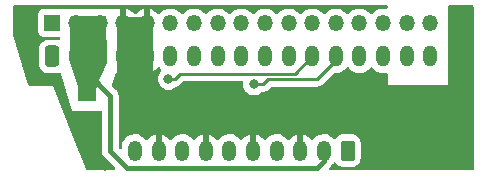
<source format=gbr>
%TF.GenerationSoftware,KiCad,Pcbnew,(6.0.1)*%
%TF.CreationDate,2022-07-04T21:24:21-07:00*%
%TF.ProjectId,mu100-dit-connector-board,6d753130-302d-4646-9974-2d636f6e6e65,rev?*%
%TF.SameCoordinates,Original*%
%TF.FileFunction,Copper,L1,Top*%
%TF.FilePolarity,Positive*%
%FSLAX46Y46*%
G04 Gerber Fmt 4.6, Leading zero omitted, Abs format (unit mm)*
G04 Created by KiCad (PCBNEW (6.0.1)) date 2022-07-04 21:24:21*
%MOMM*%
%LPD*%
G01*
G04 APERTURE LIST*
G04 Aperture macros list*
%AMRoundRect*
0 Rectangle with rounded corners*
0 $1 Rounding radius*
0 $2 $3 $4 $5 $6 $7 $8 $9 X,Y pos of 4 corners*
0 Add a 4 corners polygon primitive as box body*
4,1,4,$2,$3,$4,$5,$6,$7,$8,$9,$2,$3,0*
0 Add four circle primitives for the rounded corners*
1,1,$1+$1,$2,$3*
1,1,$1+$1,$4,$5*
1,1,$1+$1,$6,$7*
1,1,$1+$1,$8,$9*
0 Add four rect primitives between the rounded corners*
20,1,$1+$1,$2,$3,$4,$5,0*
20,1,$1+$1,$4,$5,$6,$7,0*
20,1,$1+$1,$6,$7,$8,$9,0*
20,1,$1+$1,$8,$9,$2,$3,0*%
G04 Aperture macros list end*
%TA.AperFunction,ComponentPad*%
%ADD10O,1.200000X1.750000*%
%TD*%
%TA.AperFunction,ComponentPad*%
%ADD11RoundRect,0.250000X0.350000X0.625000X-0.350000X0.625000X-0.350000X-0.625000X0.350000X-0.625000X0*%
%TD*%
%TA.AperFunction,ComponentPad*%
%ADD12O,1.200000X1.800000*%
%TD*%
%TA.AperFunction,ComponentPad*%
%ADD13RoundRect,0.250000X-0.350000X-0.650000X0.350000X-0.650000X0.350000X0.650000X-0.350000X0.650000X0*%
%TD*%
%TA.AperFunction,ComponentPad*%
%ADD14O,1.350000X1.350000*%
%TD*%
%TA.AperFunction,ComponentPad*%
%ADD15R,1.350000X1.350000*%
%TD*%
%TA.AperFunction,ViaPad*%
%ADD16C,0.800000*%
%TD*%
%TA.AperFunction,Conductor*%
%ADD17C,0.400000*%
%TD*%
%TA.AperFunction,Conductor*%
%ADD18C,0.250000*%
%TD*%
G04 APERTURE END LIST*
D10*
%TO.P,J3,10,Pin_10*%
%TO.N,/LRCK*%
X72700000Y-68790000D03*
%TO.P,J3,9,Pin_9*%
%TO.N,GND*%
X74700000Y-68790000D03*
%TO.P,J3,8,Pin_8*%
%TO.N,/BICK*%
X76700000Y-68790000D03*
%TO.P,J3,7,Pin_7*%
%TO.N,GND*%
X78700000Y-68790000D03*
%TO.P,J3,6,Pin_6*%
%TO.N,/SDAT*%
X80700000Y-68790000D03*
%TO.P,J3,5,Pin_5*%
%TO.N,GND*%
X82700000Y-68790000D03*
%TO.P,J3,4,Pin_4*%
%TO.N,/MCLK*%
X84700000Y-68790000D03*
%TO.P,J3,3,Pin_3*%
%TO.N,GND*%
X86700000Y-68790000D03*
%TO.P,J3,2,Pin_2*%
%TO.N,+5V*%
X88700000Y-68790000D03*
D11*
%TO.P,J3,1,Pin_1*%
%TO.N,unconnected-(J3-Pad1)*%
X90700000Y-68790000D03*
%TD*%
D12*
%TO.P,J2,17,Pin_17*%
%TO.N,+9VA*%
X97710000Y-60830000D03*
%TO.P,J2,16,Pin_16*%
%TO.N,GNDA*%
X95710000Y-60830000D03*
%TO.P,J2,15,Pin_15*%
%TO.N,/REB*%
X93710000Y-60830000D03*
%TO.P,J2,14,Pin_14*%
%TO.N,/REA*%
X91710000Y-60830000D03*
%TO.P,J2,13,Pin_13*%
%TO.N,/DACOL*%
X89710000Y-60830000D03*
%TO.P,J2,12,Pin_12*%
%TO.N,/WCLK*%
X87710000Y-60830000D03*
%TO.P,J2,11,Pin_11*%
%TO.N,/CK256*%
X85710000Y-60830000D03*
%TO.P,J2,10,Pin_10*%
%TO.N,unconnected-(J2-Pad10)*%
X83710000Y-60830000D03*
%TO.P,J2,9,Pin_9*%
%TO.N,/QCLK*%
X81710000Y-60830000D03*
%TO.P,J2,8,Pin_8*%
%TO.N,/SYOD*%
X79710000Y-60830000D03*
%TO.P,J2,7,Pin_7*%
%TO.N,/MEL00*%
X77710000Y-60830000D03*
%TO.P,J2,6,Pin_6*%
%TO.N,unconnected-(J2-Pad6)*%
X75710000Y-60830000D03*
%TO.P,J2,5,Pin_5*%
%TO.N,GND*%
X73710000Y-60830000D03*
%TO.P,J2,4,Pin_4*%
X71710000Y-60830000D03*
%TO.P,J2,3,Pin_3*%
%TO.N,+5V*%
X69710000Y-60830000D03*
%TO.P,J2,2,Pin_2*%
X67710000Y-60830000D03*
D13*
%TO.P,J2,1,Pin_1*%
%TO.N,/RER*%
X65710000Y-60830000D03*
%TD*%
D14*
%TO.P,J1,17,Pin_17*%
%TO.N,+9VA*%
X97710000Y-57970000D03*
%TO.P,J1,16,Pin_16*%
%TO.N,GNDA*%
X95710000Y-57970000D03*
%TO.P,J1,15,Pin_15*%
%TO.N,/REB*%
X93710000Y-57970000D03*
%TO.P,J1,14,Pin_14*%
%TO.N,/REA*%
X91710000Y-57970000D03*
%TO.P,J1,13,Pin_13*%
%TO.N,/DACOL*%
X89710000Y-57970000D03*
%TO.P,J1,12,Pin_12*%
%TO.N,/WCLK*%
X87710000Y-57970000D03*
%TO.P,J1,11,Pin_11*%
%TO.N,/CK256*%
X85710000Y-57970000D03*
%TO.P,J1,10,Pin_10*%
%TO.N,unconnected-(J1-Pad10)*%
X83710000Y-57970000D03*
%TO.P,J1,9,Pin_9*%
%TO.N,/QCLK*%
X81710000Y-57970000D03*
%TO.P,J1,8,Pin_8*%
%TO.N,/SYOD*%
X79710000Y-57970000D03*
%TO.P,J1,7,Pin_7*%
%TO.N,/MEL00*%
X77710000Y-57970000D03*
%TO.P,J1,6,Pin_6*%
%TO.N,unconnected-(J1-Pad6)*%
X75710000Y-57970000D03*
%TO.P,J1,5,Pin_5*%
%TO.N,GND*%
X73710000Y-57970000D03*
%TO.P,J1,4,Pin_4*%
X71710000Y-57970000D03*
%TO.P,J1,3,Pin_3*%
%TO.N,+5V*%
X69710000Y-57970000D03*
%TO.P,J1,2,Pin_2*%
X67710000Y-57970000D03*
D15*
%TO.P,J1,1,Pin_1*%
%TO.N,/RER*%
X65710000Y-57970000D03*
%TD*%
D16*
%TO.N,GND*%
X70190000Y-70070000D03*
X69400000Y-68040000D03*
X71270000Y-63010000D03*
X71760000Y-64370000D03*
X71820000Y-66050000D03*
%TO.N,/WCLK*%
X75539600Y-62738000D03*
%TO.N,/DACOL*%
X82778600Y-63195200D03*
%TD*%
D17*
%TO.N,+5V*%
X67710000Y-61639400D02*
X69316600Y-63246000D01*
X69710000Y-60830000D02*
X68605400Y-61934600D01*
X67710000Y-60830000D02*
X67710000Y-61639400D01*
X68605400Y-62153800D02*
X70612000Y-64160400D01*
X72043080Y-70290480D02*
X88078520Y-70290480D01*
X70612000Y-68859400D02*
X72043080Y-70290480D01*
X68605400Y-61934600D02*
X68605400Y-62153800D01*
X69316600Y-61223400D02*
X69710000Y-60830000D01*
X88700000Y-69669000D02*
X88700000Y-68790000D01*
X70612000Y-64160400D02*
X70612000Y-68859400D01*
X88078520Y-70290480D02*
X88700000Y-69669000D01*
X67710000Y-60830000D02*
X67700000Y-60840000D01*
X69316600Y-63246000D02*
X69316600Y-61223400D01*
D18*
%TO.N,/WCLK*%
X75539600Y-62738000D02*
X76062000Y-62738000D01*
X86259200Y-62280800D02*
X87710000Y-60830000D01*
X76062000Y-62738000D02*
X76519200Y-62280800D01*
X76519200Y-62280800D02*
X86259200Y-62280800D01*
%TO.N,/DACOL*%
X83540600Y-63195200D02*
X83997800Y-62738000D01*
X82778600Y-63195200D02*
X83540600Y-63195200D01*
X83997800Y-62738000D02*
X88138000Y-62738000D01*
X88138000Y-62738000D02*
X89710000Y-61166000D01*
X89710000Y-61166000D02*
X89710000Y-60830000D01*
%TD*%
%TA.AperFunction,Conductor*%
%TO.N,GND*%
G36*
X74200000Y-57574953D02*
G01*
X74195000Y-57575000D01*
X74195000Y-60775000D01*
X74200000Y-60775031D01*
X74200000Y-62300000D01*
X71200000Y-62300000D01*
X71200000Y-57500000D01*
X74200000Y-57500000D01*
X74200000Y-57574953D01*
G37*
%TD.AperFunction*%
%TD*%
%TA.AperFunction,Conductor*%
%TO.N,GND*%
G36*
X66395600Y-56783317D02*
G01*
X66373463Y-56786500D01*
X64986866Y-56786500D01*
X64924684Y-56793255D01*
X64788295Y-56844385D01*
X64671739Y-56931739D01*
X64584385Y-57048295D01*
X64533255Y-57184684D01*
X64526500Y-57246866D01*
X64526500Y-58693134D01*
X64533255Y-58755316D01*
X64584385Y-58891705D01*
X64671739Y-59008261D01*
X64788295Y-59095615D01*
X64924684Y-59146745D01*
X64986866Y-59153500D01*
X66269600Y-59153500D01*
X66337721Y-59173502D01*
X66384214Y-59227158D01*
X66395600Y-59279500D01*
X66395600Y-59317609D01*
X66375598Y-59385730D01*
X66321942Y-59432223D01*
X66251668Y-59442327D01*
X66229934Y-59437202D01*
X66221392Y-59434369D01*
X66221390Y-59434369D01*
X66214861Y-59432203D01*
X66208025Y-59431503D01*
X66208022Y-59431502D01*
X66164969Y-59427091D01*
X66110400Y-59421500D01*
X65309600Y-59421500D01*
X65306354Y-59421837D01*
X65306350Y-59421837D01*
X65210692Y-59431762D01*
X65210688Y-59431763D01*
X65203834Y-59432474D01*
X65197298Y-59434655D01*
X65197296Y-59434655D01*
X65105188Y-59465385D01*
X65036054Y-59488450D01*
X64885652Y-59581522D01*
X64760695Y-59706697D01*
X64756855Y-59712927D01*
X64756854Y-59712928D01*
X64675320Y-59845201D01*
X64667885Y-59857262D01*
X64612203Y-60025139D01*
X64601500Y-60129600D01*
X64601500Y-61530400D01*
X64612474Y-61636166D01*
X64614655Y-61642702D01*
X64614655Y-61642704D01*
X64647603Y-61741460D01*
X64668450Y-61803946D01*
X64761522Y-61954348D01*
X64886697Y-62079305D01*
X64892927Y-62083145D01*
X64892928Y-62083146D01*
X65009896Y-62155246D01*
X65037262Y-62172115D01*
X65117005Y-62198564D01*
X65198611Y-62225632D01*
X65198613Y-62225632D01*
X65205139Y-62227797D01*
X65211975Y-62228497D01*
X65211978Y-62228498D01*
X65250386Y-62232433D01*
X65309600Y-62238500D01*
X66110400Y-62238500D01*
X66113646Y-62238163D01*
X66113650Y-62238163D01*
X66209308Y-62228238D01*
X66209312Y-62228237D01*
X66216166Y-62227526D01*
X66222702Y-62225345D01*
X66222704Y-62225345D01*
X66301310Y-62199120D01*
X66372260Y-62196536D01*
X66433344Y-62232720D01*
X66462269Y-62283787D01*
X67360800Y-65405000D01*
X69773800Y-65405000D01*
X69773800Y-65409018D01*
X69813011Y-65409022D01*
X69872733Y-65447411D01*
X69902219Y-65511995D01*
X69903500Y-65529914D01*
X69903500Y-68830488D01*
X69903208Y-68839058D01*
X69899275Y-68896752D01*
X69900580Y-68904229D01*
X69900580Y-68904230D01*
X69910261Y-68959699D01*
X69911223Y-68966221D01*
X69918898Y-69029642D01*
X69921581Y-69036743D01*
X69922222Y-69039352D01*
X69926685Y-69055662D01*
X69927450Y-69058198D01*
X69928757Y-69065684D01*
X69931811Y-69072641D01*
X69954442Y-69124195D01*
X69956933Y-69130299D01*
X69979513Y-69190056D01*
X69983817Y-69196319D01*
X69985054Y-69198685D01*
X69993299Y-69213497D01*
X69994632Y-69215751D01*
X69997685Y-69222705D01*
X70002307Y-69228728D01*
X70036579Y-69273391D01*
X70040459Y-69278732D01*
X70072339Y-69325120D01*
X70072344Y-69325125D01*
X70076643Y-69331381D01*
X70082313Y-69336432D01*
X70082314Y-69336434D01*
X70123170Y-69372835D01*
X70128446Y-69377816D01*
X71002535Y-70251905D01*
X71036561Y-70314217D01*
X71031496Y-70385032D01*
X70988949Y-70441868D01*
X70922429Y-70466679D01*
X70913440Y-70467000D01*
X68688902Y-70467000D01*
X68620781Y-70446998D01*
X68571742Y-70387362D01*
X67498965Y-67676381D01*
X65786000Y-63347600D01*
X63821731Y-63347600D01*
X63753610Y-63327598D01*
X63707117Y-63273942D01*
X63701276Y-63258567D01*
X63685615Y-63207535D01*
X62388545Y-58981129D01*
X62383000Y-58944162D01*
X62383000Y-56609000D01*
X62403002Y-56540879D01*
X62456658Y-56494386D01*
X62509000Y-56483000D01*
X66395600Y-56483000D01*
X66395600Y-56783317D01*
G37*
%TD.AperFunction*%
%TA.AperFunction,Conductor*%
G36*
X94042121Y-56503002D02*
G01*
X94088614Y-56556658D01*
X94100000Y-56609000D01*
X94100000Y-56687273D01*
X94079998Y-56755394D01*
X94026342Y-56801887D01*
X93949419Y-56810852D01*
X93834239Y-56787941D01*
X93828464Y-56787865D01*
X93828460Y-56787865D01*
X93719419Y-56786438D01*
X93616746Y-56785094D01*
X93611049Y-56786073D01*
X93611048Y-56786073D01*
X93408065Y-56820952D01*
X93408062Y-56820953D01*
X93402375Y-56821930D01*
X93198307Y-56897214D01*
X93011376Y-57008427D01*
X92847842Y-57151842D01*
X92844270Y-57156372D01*
X92844269Y-57156374D01*
X92810007Y-57199834D01*
X92752125Y-57240947D01*
X92681205Y-57244239D01*
X92619763Y-57208667D01*
X92610100Y-57197215D01*
X92596737Y-57179319D01*
X92596730Y-57179312D01*
X92593280Y-57174691D01*
X92589044Y-57170775D01*
X92437796Y-57030963D01*
X92437793Y-57030961D01*
X92433556Y-57027044D01*
X92249599Y-56910976D01*
X92047572Y-56830376D01*
X91834239Y-56787941D01*
X91828464Y-56787865D01*
X91828460Y-56787865D01*
X91719419Y-56786438D01*
X91616746Y-56785094D01*
X91611049Y-56786073D01*
X91611048Y-56786073D01*
X91408065Y-56820952D01*
X91408062Y-56820953D01*
X91402375Y-56821930D01*
X91198307Y-56897214D01*
X91011376Y-57008427D01*
X90847842Y-57151842D01*
X90844270Y-57156372D01*
X90844269Y-57156374D01*
X90810007Y-57199834D01*
X90752125Y-57240947D01*
X90681205Y-57244239D01*
X90619763Y-57208667D01*
X90610100Y-57197215D01*
X90596737Y-57179319D01*
X90596730Y-57179312D01*
X90593280Y-57174691D01*
X90589044Y-57170775D01*
X90437796Y-57030963D01*
X90437793Y-57030961D01*
X90433556Y-57027044D01*
X90249599Y-56910976D01*
X90047572Y-56830376D01*
X89834239Y-56787941D01*
X89828464Y-56787865D01*
X89828460Y-56787865D01*
X89719419Y-56786438D01*
X89616746Y-56785094D01*
X89611049Y-56786073D01*
X89611048Y-56786073D01*
X89408065Y-56820952D01*
X89408062Y-56820953D01*
X89402375Y-56821930D01*
X89198307Y-56897214D01*
X89011376Y-57008427D01*
X88847842Y-57151842D01*
X88844270Y-57156372D01*
X88844269Y-57156374D01*
X88810007Y-57199834D01*
X88752125Y-57240947D01*
X88681205Y-57244239D01*
X88619763Y-57208667D01*
X88610100Y-57197215D01*
X88596737Y-57179319D01*
X88596730Y-57179312D01*
X88593280Y-57174691D01*
X88589044Y-57170775D01*
X88437796Y-57030963D01*
X88437793Y-57030961D01*
X88433556Y-57027044D01*
X88249599Y-56910976D01*
X88047572Y-56830376D01*
X87834239Y-56787941D01*
X87828464Y-56787865D01*
X87828460Y-56787865D01*
X87719419Y-56786438D01*
X87616746Y-56785094D01*
X87611049Y-56786073D01*
X87611048Y-56786073D01*
X87408065Y-56820952D01*
X87408062Y-56820953D01*
X87402375Y-56821930D01*
X87198307Y-56897214D01*
X87011376Y-57008427D01*
X86847842Y-57151842D01*
X86844270Y-57156372D01*
X86844269Y-57156374D01*
X86810007Y-57199834D01*
X86752125Y-57240947D01*
X86681205Y-57244239D01*
X86619763Y-57208667D01*
X86610100Y-57197215D01*
X86596737Y-57179319D01*
X86596730Y-57179312D01*
X86593280Y-57174691D01*
X86589044Y-57170775D01*
X86437796Y-57030963D01*
X86437793Y-57030961D01*
X86433556Y-57027044D01*
X86249599Y-56910976D01*
X86047572Y-56830376D01*
X85834239Y-56787941D01*
X85828464Y-56787865D01*
X85828460Y-56787865D01*
X85719419Y-56786438D01*
X85616746Y-56785094D01*
X85611049Y-56786073D01*
X85611048Y-56786073D01*
X85408065Y-56820952D01*
X85408062Y-56820953D01*
X85402375Y-56821930D01*
X85198307Y-56897214D01*
X85011376Y-57008427D01*
X84847842Y-57151842D01*
X84844270Y-57156372D01*
X84844269Y-57156374D01*
X84810007Y-57199834D01*
X84752125Y-57240947D01*
X84681205Y-57244239D01*
X84619763Y-57208667D01*
X84610100Y-57197215D01*
X84596737Y-57179319D01*
X84596730Y-57179312D01*
X84593280Y-57174691D01*
X84589044Y-57170775D01*
X84437796Y-57030963D01*
X84437793Y-57030961D01*
X84433556Y-57027044D01*
X84249599Y-56910976D01*
X84047572Y-56830376D01*
X83834239Y-56787941D01*
X83828464Y-56787865D01*
X83828460Y-56787865D01*
X83719419Y-56786438D01*
X83616746Y-56785094D01*
X83611049Y-56786073D01*
X83611048Y-56786073D01*
X83408065Y-56820952D01*
X83408062Y-56820953D01*
X83402375Y-56821930D01*
X83198307Y-56897214D01*
X83011376Y-57008427D01*
X82847842Y-57151842D01*
X82844270Y-57156372D01*
X82844269Y-57156374D01*
X82810007Y-57199834D01*
X82752125Y-57240947D01*
X82681205Y-57244239D01*
X82619763Y-57208667D01*
X82610100Y-57197215D01*
X82596737Y-57179319D01*
X82596730Y-57179312D01*
X82593280Y-57174691D01*
X82589044Y-57170775D01*
X82437796Y-57030963D01*
X82437793Y-57030961D01*
X82433556Y-57027044D01*
X82249599Y-56910976D01*
X82047572Y-56830376D01*
X81834239Y-56787941D01*
X81828464Y-56787865D01*
X81828460Y-56787865D01*
X81719419Y-56786438D01*
X81616746Y-56785094D01*
X81611049Y-56786073D01*
X81611048Y-56786073D01*
X81408065Y-56820952D01*
X81408062Y-56820953D01*
X81402375Y-56821930D01*
X81198307Y-56897214D01*
X81011376Y-57008427D01*
X80847842Y-57151842D01*
X80844270Y-57156372D01*
X80844269Y-57156374D01*
X80810007Y-57199834D01*
X80752125Y-57240947D01*
X80681205Y-57244239D01*
X80619763Y-57208667D01*
X80610100Y-57197215D01*
X80596737Y-57179319D01*
X80596730Y-57179312D01*
X80593280Y-57174691D01*
X80589044Y-57170775D01*
X80437796Y-57030963D01*
X80437793Y-57030961D01*
X80433556Y-57027044D01*
X80249599Y-56910976D01*
X80047572Y-56830376D01*
X79834239Y-56787941D01*
X79828464Y-56787865D01*
X79828460Y-56787865D01*
X79719419Y-56786438D01*
X79616746Y-56785094D01*
X79611049Y-56786073D01*
X79611048Y-56786073D01*
X79408065Y-56820952D01*
X79408062Y-56820953D01*
X79402375Y-56821930D01*
X79198307Y-56897214D01*
X79011376Y-57008427D01*
X78847842Y-57151842D01*
X78844270Y-57156372D01*
X78844269Y-57156374D01*
X78810007Y-57199834D01*
X78752125Y-57240947D01*
X78681205Y-57244239D01*
X78619763Y-57208667D01*
X78610100Y-57197215D01*
X78596737Y-57179319D01*
X78596730Y-57179312D01*
X78593280Y-57174691D01*
X78589044Y-57170775D01*
X78437796Y-57030963D01*
X78437793Y-57030961D01*
X78433556Y-57027044D01*
X78249599Y-56910976D01*
X78047572Y-56830376D01*
X77834239Y-56787941D01*
X77828464Y-56787865D01*
X77828460Y-56787865D01*
X77719419Y-56786438D01*
X77616746Y-56785094D01*
X77611049Y-56786073D01*
X77611048Y-56786073D01*
X77408065Y-56820952D01*
X77408062Y-56820953D01*
X77402375Y-56821930D01*
X77198307Y-56897214D01*
X77011376Y-57008427D01*
X76847842Y-57151842D01*
X76844270Y-57156372D01*
X76844269Y-57156374D01*
X76810007Y-57199834D01*
X76752125Y-57240947D01*
X76681205Y-57244239D01*
X76619763Y-57208667D01*
X76610100Y-57197215D01*
X76596737Y-57179319D01*
X76596730Y-57179312D01*
X76593280Y-57174691D01*
X76589044Y-57170775D01*
X76437796Y-57030963D01*
X76437793Y-57030961D01*
X76433556Y-57027044D01*
X76249599Y-56910976D01*
X76047572Y-56830376D01*
X75834239Y-56787941D01*
X75828464Y-56787865D01*
X75828460Y-56787865D01*
X75719419Y-56786438D01*
X75616746Y-56785094D01*
X75611049Y-56786073D01*
X75611048Y-56786073D01*
X75408065Y-56820952D01*
X75408062Y-56820953D01*
X75402375Y-56821930D01*
X75198307Y-56897214D01*
X75011376Y-57008427D01*
X74847842Y-57151842D01*
X74844270Y-57156373D01*
X74809688Y-57200240D01*
X74751807Y-57241353D01*
X74680887Y-57244647D01*
X74619444Y-57209075D01*
X74609780Y-57197622D01*
X74596364Y-57179655D01*
X74588671Y-57171111D01*
X74437490Y-57031361D01*
X74428365Y-57024360D01*
X74254255Y-56914505D01*
X74244008Y-56909284D01*
X74052793Y-56832997D01*
X74041767Y-56829730D01*
X73981770Y-56817797D01*
X73968894Y-56818949D01*
X73964000Y-56834102D01*
X73964000Y-59110512D01*
X73967966Y-59124018D01*
X73981883Y-59126011D01*
X73992821Y-59123385D01*
X74028499Y-59111274D01*
X74099434Y-59108318D01*
X74160707Y-59144182D01*
X74192863Y-59207478D01*
X74195000Y-59230587D01*
X74195000Y-59348371D01*
X74174998Y-59416492D01*
X74121342Y-59462985D01*
X74051068Y-59473089D01*
X74027666Y-59467398D01*
X73979279Y-59450595D01*
X73978284Y-59450352D01*
X73967992Y-59451820D01*
X73964000Y-59465385D01*
X73964000Y-62190402D01*
X73967973Y-62203933D01*
X73977399Y-62205288D01*
X74066537Y-62183806D01*
X74077832Y-62179917D01*
X74259382Y-62097371D01*
X74269724Y-62091424D01*
X74432397Y-61976032D01*
X74441425Y-61968239D01*
X74579342Y-61824169D01*
X74586741Y-61814800D01*
X74604418Y-61787423D01*
X74658172Y-61741045D01*
X74728468Y-61731091D01*
X74792985Y-61760722D01*
X74809356Y-61777937D01*
X74903604Y-61897920D01*
X74908135Y-61901852D01*
X74910853Y-61904706D01*
X74943345Y-61967831D01*
X74936552Y-62038502D01*
X74913245Y-62075907D01*
X74800560Y-62201056D01*
X74705073Y-62366444D01*
X74646058Y-62548072D01*
X74626096Y-62738000D01*
X74626786Y-62744565D01*
X74644626Y-62914300D01*
X74646058Y-62927928D01*
X74705073Y-63109556D01*
X74800560Y-63274944D01*
X74804978Y-63279851D01*
X74804979Y-63279852D01*
X74893861Y-63378565D01*
X74928347Y-63416866D01*
X75082848Y-63529118D01*
X75088876Y-63531802D01*
X75088878Y-63531803D01*
X75251281Y-63604109D01*
X75257312Y-63606794D01*
X75350468Y-63626595D01*
X75437656Y-63645128D01*
X75437661Y-63645128D01*
X75444113Y-63646500D01*
X75635087Y-63646500D01*
X75641539Y-63645128D01*
X75641544Y-63645128D01*
X75728732Y-63626595D01*
X75821888Y-63606794D01*
X75827919Y-63604109D01*
X75990322Y-63531803D01*
X75990324Y-63531802D01*
X75996352Y-63529118D01*
X76150853Y-63416866D01*
X76176830Y-63388015D01*
X76224084Y-63355173D01*
X76261913Y-63340196D01*
X76273142Y-63336351D01*
X76307983Y-63326229D01*
X76307984Y-63326229D01*
X76315593Y-63324018D01*
X76322412Y-63319985D01*
X76322417Y-63319983D01*
X76333028Y-63313707D01*
X76350776Y-63305012D01*
X76369617Y-63297552D01*
X76405387Y-63271564D01*
X76415307Y-63265048D01*
X76446535Y-63246580D01*
X76446538Y-63246578D01*
X76453362Y-63242542D01*
X76467683Y-63228221D01*
X76482717Y-63215380D01*
X76487742Y-63211729D01*
X76499107Y-63203472D01*
X76527298Y-63169395D01*
X76535288Y-63160616D01*
X76744699Y-62951205D01*
X76807011Y-62917179D01*
X76833794Y-62914300D01*
X81754682Y-62914300D01*
X81822803Y-62934302D01*
X81869296Y-62987958D01*
X81879992Y-63053470D01*
X81865096Y-63195200D01*
X81865786Y-63201765D01*
X81883626Y-63371500D01*
X81885058Y-63385128D01*
X81944073Y-63566756D01*
X82039560Y-63732144D01*
X82043978Y-63737051D01*
X82043979Y-63737052D01*
X82126052Y-63828203D01*
X82167347Y-63874066D01*
X82240266Y-63927045D01*
X82313769Y-63980448D01*
X82321848Y-63986318D01*
X82327876Y-63989002D01*
X82327878Y-63989003D01*
X82472910Y-64053575D01*
X82496312Y-64063994D01*
X82589712Y-64083847D01*
X82676656Y-64102328D01*
X82676661Y-64102328D01*
X82683113Y-64103700D01*
X82874087Y-64103700D01*
X82880539Y-64102328D01*
X82880544Y-64102328D01*
X82967488Y-64083847D01*
X83060888Y-64063994D01*
X83084290Y-64053575D01*
X83229322Y-63989003D01*
X83229324Y-63989002D01*
X83235352Y-63986318D01*
X83243432Y-63980448D01*
X83378110Y-63882598D01*
X83389853Y-63874066D01*
X83394268Y-63869163D01*
X83399180Y-63864740D01*
X83400852Y-63866597D01*
X83451711Y-63835273D01*
X83480926Y-63830889D01*
X83548586Y-63828762D01*
X83552545Y-63828700D01*
X83580456Y-63828700D01*
X83584391Y-63828203D01*
X83584456Y-63828195D01*
X83596293Y-63827262D01*
X83628551Y-63826248D01*
X83632570Y-63826122D01*
X83640489Y-63825873D01*
X83659943Y-63820221D01*
X83679300Y-63816213D01*
X83691530Y-63814668D01*
X83691531Y-63814668D01*
X83699397Y-63813674D01*
X83706768Y-63810755D01*
X83706770Y-63810755D01*
X83740512Y-63797396D01*
X83751742Y-63793551D01*
X83786583Y-63783429D01*
X83786584Y-63783429D01*
X83794193Y-63781218D01*
X83801012Y-63777185D01*
X83801017Y-63777183D01*
X83811628Y-63770907D01*
X83829376Y-63762212D01*
X83848217Y-63754752D01*
X83859701Y-63746409D01*
X83883987Y-63728764D01*
X83893907Y-63722248D01*
X83925135Y-63703780D01*
X83925138Y-63703778D01*
X83931962Y-63699742D01*
X83946283Y-63685421D01*
X83961317Y-63672580D01*
X83971294Y-63665331D01*
X83977707Y-63660672D01*
X84005898Y-63626595D01*
X84013888Y-63617816D01*
X84223299Y-63408405D01*
X84285611Y-63374379D01*
X84312394Y-63371500D01*
X88059233Y-63371500D01*
X88070416Y-63372027D01*
X88077909Y-63373702D01*
X88085835Y-63373453D01*
X88085836Y-63373453D01*
X88145986Y-63371562D01*
X88149945Y-63371500D01*
X88177856Y-63371500D01*
X88181791Y-63371003D01*
X88181856Y-63370995D01*
X88193693Y-63370062D01*
X88225951Y-63369048D01*
X88229970Y-63368922D01*
X88237889Y-63368673D01*
X88257343Y-63363021D01*
X88276700Y-63359013D01*
X88288930Y-63357468D01*
X88288931Y-63357468D01*
X88296797Y-63356474D01*
X88304168Y-63353555D01*
X88304170Y-63353555D01*
X88337912Y-63340196D01*
X88349142Y-63336351D01*
X88383983Y-63326229D01*
X88383984Y-63326229D01*
X88391593Y-63324018D01*
X88398412Y-63319985D01*
X88398417Y-63319983D01*
X88409028Y-63313707D01*
X88426776Y-63305012D01*
X88445617Y-63297552D01*
X88481387Y-63271564D01*
X88491307Y-63265048D01*
X88522535Y-63246580D01*
X88522538Y-63246578D01*
X88529362Y-63242542D01*
X88543683Y-63228221D01*
X88558717Y-63215380D01*
X88563742Y-63211729D01*
X88575107Y-63203472D01*
X88603298Y-63169395D01*
X88611288Y-63160616D01*
X89500971Y-62270933D01*
X89563283Y-62236907D01*
X89608146Y-62235332D01*
X89649663Y-62241352D01*
X89649667Y-62241352D01*
X89655604Y-62242213D01*
X89866899Y-62232433D01*
X90005127Y-62199120D01*
X90066701Y-62184281D01*
X90066703Y-62184280D01*
X90072534Y-62182875D01*
X90077992Y-62180393D01*
X90077996Y-62180392D01*
X90229776Y-62111381D01*
X90265087Y-62095326D01*
X90437611Y-61972946D01*
X90583881Y-61820150D01*
X90595124Y-61802738D01*
X90604746Y-61787837D01*
X90658501Y-61741460D01*
X90728797Y-61731507D01*
X90793314Y-61761139D01*
X90809681Y-61778351D01*
X90903604Y-61897920D01*
X90908135Y-61901852D01*
X90908138Y-61901855D01*
X90993620Y-61976032D01*
X91063363Y-62036552D01*
X91068549Y-62039552D01*
X91068553Y-62039555D01*
X91230665Y-62133339D01*
X91246454Y-62142473D01*
X91446271Y-62211861D01*
X91452206Y-62212722D01*
X91452208Y-62212722D01*
X91649664Y-62241352D01*
X91649667Y-62241352D01*
X91655604Y-62242213D01*
X91866899Y-62232433D01*
X92005127Y-62199120D01*
X92066701Y-62184281D01*
X92066703Y-62184280D01*
X92072534Y-62182875D01*
X92077992Y-62180393D01*
X92077996Y-62180392D01*
X92229776Y-62111381D01*
X92265087Y-62095326D01*
X92437611Y-61972946D01*
X92583881Y-61820150D01*
X92595124Y-61802738D01*
X92604746Y-61787837D01*
X92658501Y-61741460D01*
X92728797Y-61731507D01*
X92793314Y-61761139D01*
X92809681Y-61778351D01*
X92903604Y-61897920D01*
X92908135Y-61901852D01*
X92908138Y-61901855D01*
X92993620Y-61976032D01*
X93063363Y-62036552D01*
X93068549Y-62039552D01*
X93068553Y-62039555D01*
X93230665Y-62133339D01*
X93246454Y-62142473D01*
X93446271Y-62211861D01*
X93452206Y-62212722D01*
X93452208Y-62212722D01*
X93649664Y-62241352D01*
X93649667Y-62241352D01*
X93655604Y-62242213D01*
X93866899Y-62232433D01*
X93944480Y-62213736D01*
X94015390Y-62217221D01*
X94073160Y-62258490D01*
X94099447Y-62324441D01*
X94100000Y-62336229D01*
X94100000Y-63213400D01*
X99209400Y-63213400D01*
X99209400Y-56609000D01*
X99229402Y-56540879D01*
X99283058Y-56494386D01*
X99335400Y-56483000D01*
X101241000Y-56483000D01*
X101309121Y-56503002D01*
X101355614Y-56556658D01*
X101367000Y-56609000D01*
X101367000Y-70341000D01*
X101346998Y-70409121D01*
X101293342Y-70455614D01*
X101241000Y-70467000D01*
X89208161Y-70467000D01*
X89140040Y-70446998D01*
X89093547Y-70393342D01*
X89083443Y-70323068D01*
X89112937Y-70258488D01*
X89119066Y-70251905D01*
X89180528Y-70190443D01*
X89186793Y-70184589D01*
X89224664Y-70151552D01*
X89224665Y-70151551D01*
X89230385Y-70146561D01*
X89267136Y-70094271D01*
X89271028Y-70089029D01*
X89310476Y-70038718D01*
X89313600Y-70031799D01*
X89314988Y-70029507D01*
X89323357Y-70014835D01*
X89324622Y-70012475D01*
X89328990Y-70006261D01*
X89331750Y-69999183D01*
X89335340Y-69992487D01*
X89337333Y-69993555D01*
X89375056Y-69945226D01*
X89422725Y-69911412D01*
X89422726Y-69911411D01*
X89427611Y-69907946D01*
X89431753Y-69903619D01*
X89431759Y-69903614D01*
X89518806Y-69812683D01*
X89580361Y-69777306D01*
X89651270Y-69780825D01*
X89709021Y-69822121D01*
X89716965Y-69833504D01*
X89751522Y-69889348D01*
X89876697Y-70014305D01*
X89882927Y-70018145D01*
X89882928Y-70018146D01*
X90020090Y-70102694D01*
X90027262Y-70107115D01*
X90107005Y-70133564D01*
X90188611Y-70160632D01*
X90188613Y-70160632D01*
X90195139Y-70162797D01*
X90201975Y-70163497D01*
X90201978Y-70163498D01*
X90245031Y-70167909D01*
X90299600Y-70173500D01*
X91100400Y-70173500D01*
X91103646Y-70173163D01*
X91103650Y-70173163D01*
X91199308Y-70163238D01*
X91199312Y-70163237D01*
X91206166Y-70162526D01*
X91212702Y-70160345D01*
X91212704Y-70160345D01*
X91344806Y-70116272D01*
X91373946Y-70106550D01*
X91524348Y-70013478D01*
X91649305Y-69888303D01*
X91683081Y-69833509D01*
X91738275Y-69743968D01*
X91738276Y-69743966D01*
X91742115Y-69737738D01*
X91768564Y-69657995D01*
X91795632Y-69576389D01*
X91795632Y-69576387D01*
X91797797Y-69569861D01*
X91808500Y-69465400D01*
X91808500Y-68114600D01*
X91797526Y-68008834D01*
X91793749Y-67997511D01*
X91743868Y-67848002D01*
X91741550Y-67841054D01*
X91648478Y-67690652D01*
X91523303Y-67565695D01*
X91517072Y-67561854D01*
X91378968Y-67476725D01*
X91378966Y-67476724D01*
X91372738Y-67472885D01*
X91264005Y-67436820D01*
X91211389Y-67419368D01*
X91211387Y-67419368D01*
X91204861Y-67417203D01*
X91198025Y-67416503D01*
X91198022Y-67416502D01*
X91154969Y-67412091D01*
X91100400Y-67406500D01*
X90299600Y-67406500D01*
X90296354Y-67406837D01*
X90296350Y-67406837D01*
X90200692Y-67416762D01*
X90200688Y-67416763D01*
X90193834Y-67417474D01*
X90187298Y-67419655D01*
X90187296Y-67419655D01*
X90123117Y-67441067D01*
X90026054Y-67473450D01*
X89875652Y-67566522D01*
X89750695Y-67691697D01*
X89746855Y-67697927D01*
X89746854Y-67697928D01*
X89718926Y-67743236D01*
X89666154Y-67790729D01*
X89596082Y-67802153D01*
X89530958Y-67773879D01*
X89512582Y-67754955D01*
X89506396Y-67747080D01*
X89501865Y-67743148D01*
X89501862Y-67743145D01*
X89351167Y-67612379D01*
X89346637Y-67608448D01*
X89341451Y-67605448D01*
X89341447Y-67605445D01*
X89168742Y-67505533D01*
X89163546Y-67502527D01*
X88963729Y-67433139D01*
X88957794Y-67432278D01*
X88957792Y-67432278D01*
X88760336Y-67403648D01*
X88760333Y-67403648D01*
X88754396Y-67402787D01*
X88543101Y-67412567D01*
X88430466Y-67439712D01*
X88343299Y-67460719D01*
X88343297Y-67460720D01*
X88337466Y-67462125D01*
X88332008Y-67464607D01*
X88332004Y-67464608D01*
X88240990Y-67505990D01*
X88144913Y-67549674D01*
X87972389Y-67672054D01*
X87826119Y-67824850D01*
X87822870Y-67829881D01*
X87822865Y-67829888D01*
X87804967Y-67857607D01*
X87751211Y-67903984D01*
X87680915Y-67913937D01*
X87616398Y-67884304D01*
X87600030Y-67867091D01*
X87509738Y-67752143D01*
X87501501Y-67743494D01*
X87350877Y-67612788D01*
X87341153Y-67605853D01*
X87168533Y-67505990D01*
X87157669Y-67501016D01*
X86969273Y-67435593D01*
X86968284Y-67435352D01*
X86957992Y-67436820D01*
X86954000Y-67450385D01*
X86954000Y-68918000D01*
X86933998Y-68986121D01*
X86880342Y-69032614D01*
X86828000Y-69044000D01*
X86572000Y-69044000D01*
X86503879Y-69023998D01*
X86457386Y-68970342D01*
X86446000Y-68918000D01*
X86446000Y-67454598D01*
X86442027Y-67441067D01*
X86432601Y-67439712D01*
X86343463Y-67461194D01*
X86332168Y-67465083D01*
X86150618Y-67547629D01*
X86140276Y-67553576D01*
X85977603Y-67668968D01*
X85968575Y-67676761D01*
X85830658Y-67820831D01*
X85823259Y-67830200D01*
X85805582Y-67857577D01*
X85751828Y-67903955D01*
X85681532Y-67913909D01*
X85617015Y-67884278D01*
X85600644Y-67867063D01*
X85510102Y-67751798D01*
X85506396Y-67747080D01*
X85501865Y-67743148D01*
X85501862Y-67743145D01*
X85351167Y-67612379D01*
X85346637Y-67608448D01*
X85341451Y-67605448D01*
X85341447Y-67605445D01*
X85168742Y-67505533D01*
X85163546Y-67502527D01*
X84963729Y-67433139D01*
X84957794Y-67432278D01*
X84957792Y-67432278D01*
X84760336Y-67403648D01*
X84760333Y-67403648D01*
X84754396Y-67402787D01*
X84543101Y-67412567D01*
X84430466Y-67439712D01*
X84343299Y-67460719D01*
X84343297Y-67460720D01*
X84337466Y-67462125D01*
X84332008Y-67464607D01*
X84332004Y-67464608D01*
X84240990Y-67505990D01*
X84144913Y-67549674D01*
X83972389Y-67672054D01*
X83826119Y-67824850D01*
X83822870Y-67829881D01*
X83822865Y-67829888D01*
X83804967Y-67857607D01*
X83751211Y-67903984D01*
X83680915Y-67913937D01*
X83616398Y-67884304D01*
X83600030Y-67867091D01*
X83509738Y-67752143D01*
X83501501Y-67743494D01*
X83350877Y-67612788D01*
X83341153Y-67605853D01*
X83168533Y-67505990D01*
X83157669Y-67501016D01*
X82969273Y-67435593D01*
X82968284Y-67435352D01*
X82957992Y-67436820D01*
X82954000Y-67450385D01*
X82954000Y-68918000D01*
X82933998Y-68986121D01*
X82880342Y-69032614D01*
X82828000Y-69044000D01*
X82572000Y-69044000D01*
X82503879Y-69023998D01*
X82457386Y-68970342D01*
X82446000Y-68918000D01*
X82446000Y-67454598D01*
X82442027Y-67441067D01*
X82432601Y-67439712D01*
X82343463Y-67461194D01*
X82332168Y-67465083D01*
X82150618Y-67547629D01*
X82140276Y-67553576D01*
X81977603Y-67668968D01*
X81968575Y-67676761D01*
X81830658Y-67820831D01*
X81823259Y-67830200D01*
X81805582Y-67857577D01*
X81751828Y-67903955D01*
X81681532Y-67913909D01*
X81617015Y-67884278D01*
X81600644Y-67867063D01*
X81510102Y-67751798D01*
X81506396Y-67747080D01*
X81501865Y-67743148D01*
X81501862Y-67743145D01*
X81351167Y-67612379D01*
X81346637Y-67608448D01*
X81341451Y-67605448D01*
X81341447Y-67605445D01*
X81168742Y-67505533D01*
X81163546Y-67502527D01*
X80963729Y-67433139D01*
X80957794Y-67432278D01*
X80957792Y-67432278D01*
X80760336Y-67403648D01*
X80760333Y-67403648D01*
X80754396Y-67402787D01*
X80543101Y-67412567D01*
X80430466Y-67439712D01*
X80343299Y-67460719D01*
X80343297Y-67460720D01*
X80337466Y-67462125D01*
X80332008Y-67464607D01*
X80332004Y-67464608D01*
X80240990Y-67505990D01*
X80144913Y-67549674D01*
X79972389Y-67672054D01*
X79826119Y-67824850D01*
X79822870Y-67829881D01*
X79822865Y-67829888D01*
X79804967Y-67857607D01*
X79751211Y-67903984D01*
X79680915Y-67913937D01*
X79616398Y-67884304D01*
X79600030Y-67867091D01*
X79509738Y-67752143D01*
X79501501Y-67743494D01*
X79350877Y-67612788D01*
X79341153Y-67605853D01*
X79168533Y-67505990D01*
X79157669Y-67501016D01*
X78969273Y-67435593D01*
X78968284Y-67435352D01*
X78957992Y-67436820D01*
X78954000Y-67450385D01*
X78954000Y-68918000D01*
X78933998Y-68986121D01*
X78880342Y-69032614D01*
X78828000Y-69044000D01*
X78572000Y-69044000D01*
X78503879Y-69023998D01*
X78457386Y-68970342D01*
X78446000Y-68918000D01*
X78446000Y-67454598D01*
X78442027Y-67441067D01*
X78432601Y-67439712D01*
X78343463Y-67461194D01*
X78332168Y-67465083D01*
X78150618Y-67547629D01*
X78140276Y-67553576D01*
X77977603Y-67668968D01*
X77968575Y-67676761D01*
X77830658Y-67820831D01*
X77823259Y-67830200D01*
X77805582Y-67857577D01*
X77751828Y-67903955D01*
X77681532Y-67913909D01*
X77617015Y-67884278D01*
X77600644Y-67867063D01*
X77510102Y-67751798D01*
X77506396Y-67747080D01*
X77501865Y-67743148D01*
X77501862Y-67743145D01*
X77351167Y-67612379D01*
X77346637Y-67608448D01*
X77341451Y-67605448D01*
X77341447Y-67605445D01*
X77168742Y-67505533D01*
X77163546Y-67502527D01*
X76963729Y-67433139D01*
X76957794Y-67432278D01*
X76957792Y-67432278D01*
X76760336Y-67403648D01*
X76760333Y-67403648D01*
X76754396Y-67402787D01*
X76543101Y-67412567D01*
X76430466Y-67439712D01*
X76343299Y-67460719D01*
X76343297Y-67460720D01*
X76337466Y-67462125D01*
X76332008Y-67464607D01*
X76332004Y-67464608D01*
X76240990Y-67505990D01*
X76144913Y-67549674D01*
X75972389Y-67672054D01*
X75826119Y-67824850D01*
X75822870Y-67829881D01*
X75822865Y-67829888D01*
X75804967Y-67857607D01*
X75751211Y-67903984D01*
X75680915Y-67913937D01*
X75616398Y-67884304D01*
X75600030Y-67867091D01*
X75509738Y-67752143D01*
X75501501Y-67743494D01*
X75350877Y-67612788D01*
X75341153Y-67605853D01*
X75168533Y-67505990D01*
X75157669Y-67501016D01*
X74969273Y-67435593D01*
X74968284Y-67435352D01*
X74957992Y-67436820D01*
X74954000Y-67450385D01*
X74954000Y-68918000D01*
X74933998Y-68986121D01*
X74880342Y-69032614D01*
X74828000Y-69044000D01*
X74572000Y-69044000D01*
X74503879Y-69023998D01*
X74457386Y-68970342D01*
X74446000Y-68918000D01*
X74446000Y-67454598D01*
X74442027Y-67441067D01*
X74432601Y-67439712D01*
X74343463Y-67461194D01*
X74332168Y-67465083D01*
X74150618Y-67547629D01*
X74140276Y-67553576D01*
X73977603Y-67668968D01*
X73968575Y-67676761D01*
X73830658Y-67820831D01*
X73823259Y-67830200D01*
X73805582Y-67857577D01*
X73751828Y-67903955D01*
X73681532Y-67913909D01*
X73617015Y-67884278D01*
X73600644Y-67867063D01*
X73510102Y-67751798D01*
X73506396Y-67747080D01*
X73501865Y-67743148D01*
X73501862Y-67743145D01*
X73351167Y-67612379D01*
X73346637Y-67608448D01*
X73341451Y-67605448D01*
X73341447Y-67605445D01*
X73168742Y-67505533D01*
X73163546Y-67502527D01*
X72963729Y-67433139D01*
X72957794Y-67432278D01*
X72957792Y-67432278D01*
X72760336Y-67403648D01*
X72760333Y-67403648D01*
X72754396Y-67402787D01*
X72543101Y-67412567D01*
X72430466Y-67439712D01*
X72343299Y-67460719D01*
X72343297Y-67460720D01*
X72337466Y-67462125D01*
X72332008Y-67464607D01*
X72332004Y-67464608D01*
X72240990Y-67505990D01*
X72144913Y-67549674D01*
X71972389Y-67672054D01*
X71826119Y-67824850D01*
X71711380Y-68002548D01*
X71632314Y-68198737D01*
X71591772Y-68406337D01*
X71591500Y-68411899D01*
X71591500Y-68532740D01*
X71571498Y-68600861D01*
X71517842Y-68647354D01*
X71447568Y-68657458D01*
X71382988Y-68627964D01*
X71376405Y-68621835D01*
X71357405Y-68602835D01*
X71323379Y-68540523D01*
X71320500Y-68513740D01*
X71320500Y-64189312D01*
X71320792Y-64180742D01*
X71324209Y-64130624D01*
X71324209Y-64130620D01*
X71324725Y-64123048D01*
X71313738Y-64060097D01*
X71312776Y-64053575D01*
X71306014Y-63997698D01*
X71305102Y-63990158D01*
X71302419Y-63983057D01*
X71301778Y-63980448D01*
X71297315Y-63964138D01*
X71296550Y-63961602D01*
X71295243Y-63954116D01*
X71269556Y-63895600D01*
X71267065Y-63889496D01*
X71247173Y-63836852D01*
X71247172Y-63836851D01*
X71244487Y-63829744D01*
X71240183Y-63823481D01*
X71238946Y-63821115D01*
X71230701Y-63806303D01*
X71229368Y-63804049D01*
X71226315Y-63797095D01*
X71187413Y-63746398D01*
X71183541Y-63741068D01*
X71151661Y-63694680D01*
X71151656Y-63694675D01*
X71147357Y-63688419D01*
X71116215Y-63660672D01*
X71100830Y-63646965D01*
X71095554Y-63641984D01*
X70757842Y-63304272D01*
X70723816Y-63241960D01*
X70731079Y-63165650D01*
X70822751Y-62951205D01*
X71132557Y-62226479D01*
X71177725Y-62171704D01*
X71245337Y-62150044D01*
X71289748Y-62156978D01*
X71440727Y-62209407D01*
X71441716Y-62209648D01*
X71452008Y-62208180D01*
X71456000Y-62194615D01*
X71456000Y-62190402D01*
X71964000Y-62190402D01*
X71967973Y-62203933D01*
X71977399Y-62205288D01*
X72066537Y-62183806D01*
X72077832Y-62179917D01*
X72259382Y-62097371D01*
X72269724Y-62091424D01*
X72432397Y-61976032D01*
X72441425Y-61968239D01*
X72579342Y-61824169D01*
X72586742Y-61814799D01*
X72604705Y-61786979D01*
X72658460Y-61740601D01*
X72728756Y-61730647D01*
X72793273Y-61760278D01*
X72809643Y-61777493D01*
X72900262Y-61892857D01*
X72908499Y-61901506D01*
X73059123Y-62032212D01*
X73068847Y-62039147D01*
X73241467Y-62139010D01*
X73252331Y-62143984D01*
X73440727Y-62209407D01*
X73441716Y-62209648D01*
X73452008Y-62208180D01*
X73456000Y-62194615D01*
X73456000Y-61102115D01*
X73451525Y-61086876D01*
X73450135Y-61085671D01*
X73442452Y-61084000D01*
X71982115Y-61084000D01*
X71966876Y-61088475D01*
X71965671Y-61089865D01*
X71964000Y-61097548D01*
X71964000Y-62190402D01*
X71456000Y-62190402D01*
X71456000Y-60557885D01*
X71964000Y-60557885D01*
X71968475Y-60573124D01*
X71969865Y-60574329D01*
X71977548Y-60576000D01*
X73437885Y-60576000D01*
X73453124Y-60571525D01*
X73454329Y-60570135D01*
X73456000Y-60562452D01*
X73456000Y-59469598D01*
X73452027Y-59456067D01*
X73442601Y-59454712D01*
X73353463Y-59476194D01*
X73342168Y-59480083D01*
X73160618Y-59562629D01*
X73150276Y-59568576D01*
X72987603Y-59683968D01*
X72978575Y-59691761D01*
X72840658Y-59835831D01*
X72833258Y-59845201D01*
X72815295Y-59873021D01*
X72761540Y-59919399D01*
X72691244Y-59929353D01*
X72626727Y-59899722D01*
X72610357Y-59882507D01*
X72519738Y-59767143D01*
X72511501Y-59758494D01*
X72360877Y-59627788D01*
X72351153Y-59620853D01*
X72178533Y-59520990D01*
X72167669Y-59516016D01*
X71979273Y-59450593D01*
X71978284Y-59450352D01*
X71967992Y-59451820D01*
X71964000Y-59465385D01*
X71964000Y-60557885D01*
X71456000Y-60557885D01*
X71456000Y-59469598D01*
X71452027Y-59456067D01*
X71442601Y-59454712D01*
X71351721Y-59476614D01*
X71280810Y-59473129D01*
X71223040Y-59431859D01*
X71196753Y-59365908D01*
X71196200Y-59354121D01*
X71196200Y-59224429D01*
X71216202Y-59156308D01*
X71269858Y-59109815D01*
X71340132Y-59099711D01*
X71350007Y-59101536D01*
X71438331Y-59121521D01*
X71452405Y-59120632D01*
X71456000Y-59111233D01*
X71456000Y-59110512D01*
X71964000Y-59110512D01*
X71967966Y-59124018D01*
X71981883Y-59126011D01*
X71992817Y-59123386D01*
X72187763Y-59057210D01*
X72198272Y-59052531D01*
X72377882Y-58951944D01*
X72387375Y-58945420D01*
X72545653Y-58813782D01*
X72553782Y-58805653D01*
X72610249Y-58737759D01*
X72669187Y-58698175D01*
X72740169Y-58696739D01*
X72802938Y-58736502D01*
X72810724Y-58745619D01*
X72958191Y-58889275D01*
X72967124Y-58896509D01*
X73138299Y-59010884D01*
X73148409Y-59016374D01*
X73337566Y-59097642D01*
X73348499Y-59101194D01*
X73438332Y-59121521D01*
X73452405Y-59120632D01*
X73456000Y-59111233D01*
X73456000Y-58242115D01*
X73451525Y-58226876D01*
X73450135Y-58225671D01*
X73442452Y-58224000D01*
X71982115Y-58224000D01*
X71966876Y-58228475D01*
X71965671Y-58229865D01*
X71964000Y-58237548D01*
X71964000Y-59110512D01*
X71456000Y-59110512D01*
X71456000Y-57697885D01*
X71964000Y-57697885D01*
X71968475Y-57713124D01*
X71969865Y-57714329D01*
X71977548Y-57716000D01*
X73437885Y-57716000D01*
X73453124Y-57711525D01*
X73454329Y-57710135D01*
X73456000Y-57702452D01*
X73456000Y-56831337D01*
X73452194Y-56818375D01*
X73437278Y-56816439D01*
X73408202Y-56821435D01*
X73397082Y-56824415D01*
X73203940Y-56895669D01*
X73193562Y-56900619D01*
X73016639Y-57005877D01*
X73007327Y-57012643D01*
X72852547Y-57148381D01*
X72844629Y-57156725D01*
X72809996Y-57200656D01*
X72752115Y-57241768D01*
X72681195Y-57245062D01*
X72619752Y-57209490D01*
X72610088Y-57198037D01*
X72596363Y-57179656D01*
X72588662Y-57171103D01*
X72437490Y-57031361D01*
X72428365Y-57024360D01*
X72254255Y-56914505D01*
X72244008Y-56909284D01*
X72052793Y-56832997D01*
X72041767Y-56829730D01*
X71981770Y-56817797D01*
X71968894Y-56818949D01*
X71964000Y-56834102D01*
X71964000Y-57697885D01*
X71456000Y-57697885D01*
X71456000Y-56831337D01*
X71452194Y-56818375D01*
X71437278Y-56816439D01*
X71408202Y-56821435D01*
X71397078Y-56824416D01*
X71349315Y-56842036D01*
X71278481Y-56846848D01*
X71216291Y-56812600D01*
X71206074Y-56795309D01*
X71196200Y-56786753D01*
X71196200Y-56483000D01*
X93974000Y-56483000D01*
X94042121Y-56503002D01*
G37*
%TD.AperFunction*%
%TD*%
%TA.AperFunction,Conductor*%
%TO.N,+5V*%
G36*
X70156845Y-57409773D02*
G01*
X70224929Y-57429899D01*
X70271325Y-57483639D01*
X70282613Y-57534954D01*
X70307025Y-61288653D01*
X70296337Y-61340261D01*
X69367400Y-63449200D01*
X69367400Y-64489409D01*
X69347398Y-64557530D01*
X69293742Y-64604023D01*
X69239228Y-64615390D01*
X68018028Y-64594335D01*
X67950262Y-64573162D01*
X67904701Y-64518713D01*
X67894200Y-64468354D01*
X67894200Y-63423800D01*
X67175683Y-61310701D01*
X67168977Y-61269350D01*
X67192370Y-57529828D01*
X67212798Y-57461834D01*
X67266744Y-57415677D01*
X67318597Y-57404616D01*
X70156845Y-57409773D01*
G37*
%TD.AperFunction*%
%TD*%
%TA.AperFunction,Conductor*%
%TO.N,GND*%
G36*
X71380000Y-56780000D02*
G01*
X66100000Y-56780000D01*
X66100000Y-56475000D01*
X71380000Y-56475000D01*
X71380000Y-56780000D01*
G37*
%TD.AperFunction*%
%TD*%
M02*

</source>
